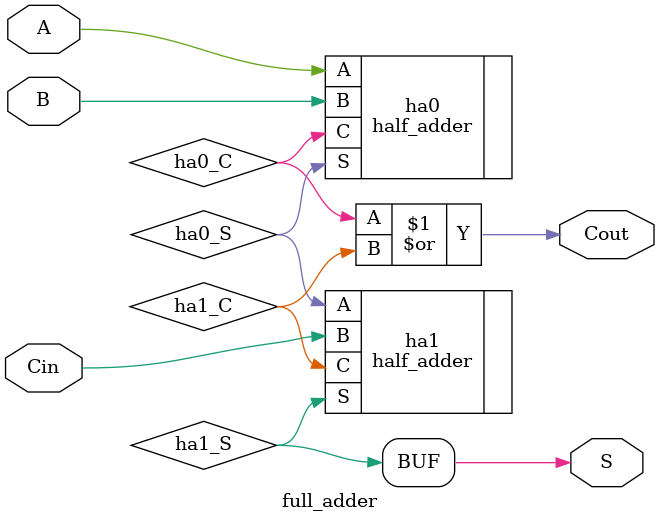
<source format=v>
module full_adder(input A, input B, input Cin, output S, output Cout);
	wire ha0_S, ha0_C;
	wire ha1_S, ha1_C;

	half_adder ha0(.A(A), .B(B), .S(ha0_S), .C(ha0_C));
	half_adder ha1(.A(ha0_S), .B(Cin), .S(ha1_S), .C(ha1_C));

	assign S = ha1_S;
	or(Cout, ha0_C, ha1_C);
endmodule
</source>
